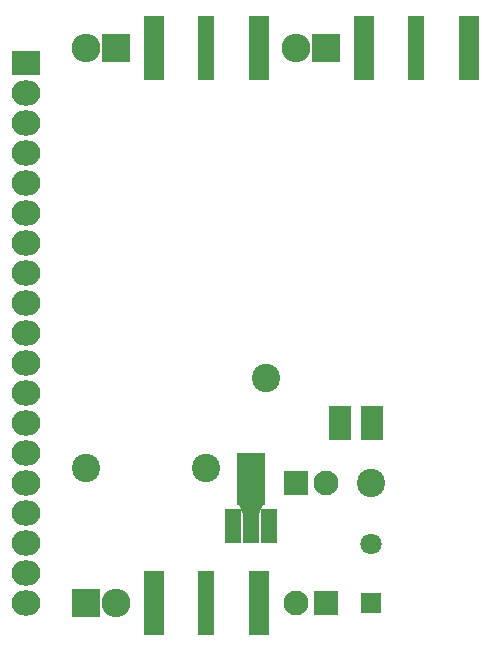
<source format=gts>
G04 #@! TF.FileFunction,Soldermask,Top*
%FSLAX46Y46*%
G04 Gerber Fmt 4.6, Leading zero omitted, Abs format (unit mm)*
G04 Created by KiCad (PCBNEW 4.0.4+e1-6308~48~ubuntu16.04.1-stable) date Fri Nov  4 19:53:40 2016*
%MOMM*%
%LPD*%
G01*
G04 APERTURE LIST*
%ADD10C,0.100000*%
%ADD11R,1.960000X1.050000*%
%ADD12R,1.800000X1.800000*%
%ADD13C,1.800000*%
%ADD14R,2.432000X2.432000*%
%ADD15O,2.432000X2.432000*%
%ADD16R,1.400760X2.901900*%
%ADD17R,2.398980X4.400500*%
%ADD18C,2.400000*%
%ADD19R,1.670000X5.480000*%
%ADD20R,1.416000X5.480000*%
%ADD21R,2.432000X2.127200*%
%ADD22O,2.432000X2.127200*%
%ADD23C,2.398980*%
%ADD24C,2.099260*%
%ADD25R,2.099260X2.099260*%
G04 APERTURE END LIST*
D10*
D11*
X100250000Y-108270000D03*
X100250000Y-109220000D03*
X100250000Y-110170000D03*
X102950000Y-110170000D03*
X102950000Y-108270000D03*
X102950000Y-109220000D03*
D12*
X102870000Y-124460000D03*
D13*
X102870000Y-119460000D03*
D14*
X78740000Y-124460000D03*
D15*
X81280000Y-124460000D03*
D14*
X81280000Y-77470000D03*
D15*
X78740000Y-77470000D03*
D14*
X99060000Y-77470000D03*
D15*
X96520000Y-77470000D03*
D16*
X91208860Y-117922040D03*
X92710000Y-117922040D03*
X94211140Y-117922040D03*
D17*
X92710000Y-113969800D03*
D10*
G36*
X93910760Y-115744650D02*
X93410380Y-116893950D01*
X92009620Y-116893950D01*
X91509240Y-115744650D01*
X93910760Y-115744650D01*
X93910760Y-115744650D01*
G37*
D18*
X102870000Y-114300000D03*
X93980000Y-105410000D03*
D19*
X111125000Y-77470000D03*
X102235000Y-77470000D03*
D20*
X106680000Y-77470000D03*
D19*
X93345000Y-77470000D03*
X84455000Y-77470000D03*
D20*
X88900000Y-77470000D03*
D19*
X84455000Y-124460000D03*
X93345000Y-124460000D03*
D20*
X88900000Y-124460000D03*
D21*
X73660000Y-78740000D03*
D22*
X73660000Y-81280000D03*
X73660000Y-83820000D03*
X73660000Y-86360000D03*
X73660000Y-88900000D03*
X73660000Y-91440000D03*
X73660000Y-93980000D03*
X73660000Y-96520000D03*
X73660000Y-99060000D03*
X73660000Y-101600000D03*
X73660000Y-104140000D03*
X73660000Y-106680000D03*
X73660000Y-109220000D03*
X73660000Y-111760000D03*
X73660000Y-114300000D03*
X73660000Y-116840000D03*
X73660000Y-119380000D03*
X73660000Y-121920000D03*
X73660000Y-124460000D03*
D23*
X78740000Y-113030000D03*
X88900000Y-113030000D03*
D24*
X99057460Y-114299480D03*
D25*
X99057460Y-124459480D03*
D24*
X96522540Y-124460520D03*
D25*
X96522540Y-114300520D03*
M02*

</source>
